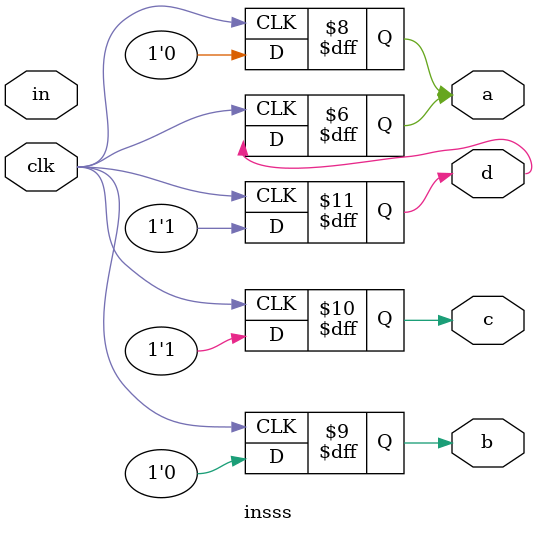
<source format=v>
module insss(
input wire clk,
input wire in,
output wire a,
output wire b,
output wire c,
output wire d
);
always@(posedge clk)
begin
a=1'b0;
in=1'b0;
b=a^in;
c=~(b & in);
d<=c;
end
always@(posedge clk)
begin 
a<=d;
end

endmodule

</source>
